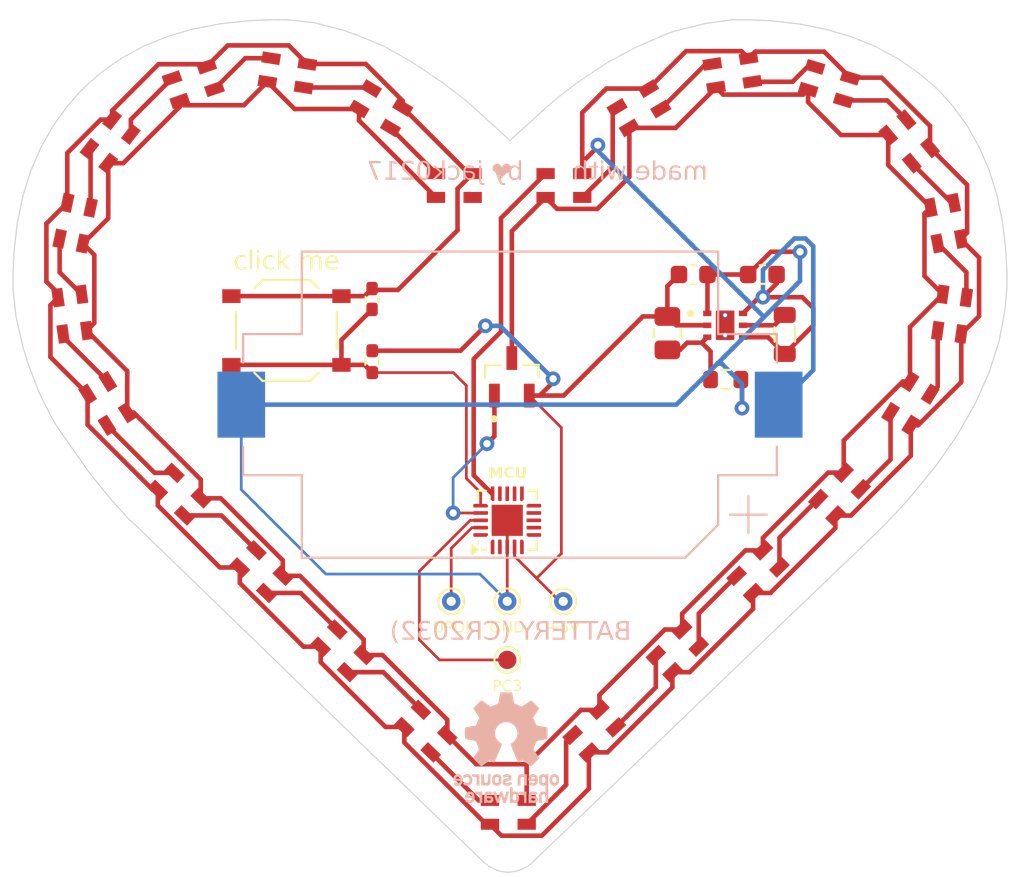
<source format=kicad_pcb>
(kicad_pcb (version 20240108) (generator "pcbnew") (generator_version "8.0")
  (layers (0 "F.Cu" signal) (31 "B.Cu" signal) (34 "B.Paste" user) (35 "F.Paste" user) (36 "B.SilkS" user "B.Silkscreen") (37 "F.SilkS" user "F.Silkscreen") (38 "B.Mask" user) (39 "F.Mask" user) (44 "Edge.Cuts" user))
  (net 0 "")
  (net 1 "+3V0")
  (net 2 "GND")
  (net 3 "/SW_ANIM")
  (net 4 "+5V")
  (net 5 "Net-(D3-DOUT)")
  (net 6 "Net-(D25-DOUT)")
  (net 7 "Net-(D6-DOUT)")
  (net 8 "Net-(D10-DIN)")
  (net 9 "Net-(D16-DOUT)")
  (net 10 "Net-(D17-DOUT)")
  (net 11 "Net-(D18-DOUT)")
  (net 12 "Net-(D19-DOUT)")
  (net 13 "Net-(D20-DOUT)")
  (net 14 "Net-(D21-DOUT)")
  (net 15 "Net-(D22-DOUT)")
  (net 16 "Net-(D23-DOUT)")
  (net 17 "Net-(D1-DOUT)")
  (net 18 "/IO_LEDS")
  (net 19 "Net-(D2-DOUT)")
  (net 20 "Net-(D2-DIN)")
  (net 21 "Net-(D4-DOUT)")
  (net 22 "Net-(D5-DOUT)")
  (net 23 "Net-(D11-DIN)")
  (net 24 "Net-(D12-DIN)")
  (net 25 "Net-(D10-DOUT)")
  (net 26 "Net-(D11-DOUT)")
  (net 27 "Net-(U2-L)")
  (net 28 "/IO_MOSFET")
  (net 29 "/LED5V")
  (net 30 "Net-(U2-FB)")
  (net 31 "/UPDI")
  (net 32 "/PC3")
  (net 46 "Net-(D12-DOUT)")
  (net 47 "Net-(D13-DOUT)")
  (net 48 "Net-(D14-DOUT)")
  (footprint "lib:LED_SK6805_PLCC4_2.4x2.7mm_P1.3mm" (layer "F.Cu") (at 53.26 35.205 180)
    (property "Reference" "D1" (hide yes))
    (property "Value" "SK6805")
  )
  (footprint "lib:LED_SK6805_PLCC4_2.4x2.7mm_P1.3mm" (layer "F.Cu") (at 62.44 29.06 -171)
    (property "Reference" "D7" (hide yes))
    (property "Value" "SK6805")
  )
  (footprint "lib:LED_SK6805_PLCC4_2.4x2.7mm_P1.3mm" (layer "F.Cu") (at 72.08 32.8 130)
    (property "Reference" "D13" (hide yes))
    (property "Value" "SK6805")
  )
  (footprint "Inductor_SMD:L_0805_2012Metric" (layer "F.Cu") (at 65.3 43.33 90)
    (property "Reference" "L1" (hide yes))
    (property "Value" "4,7μH")
  )
  (footprint "lib:LED_SK6805_PLCC4_2.4x2.7mm_P1.3mm" (layer "F.Cu") (at 28.37 47.09 -58)
    (property "Reference" "D21" (hide yes))
    (property "Value" "SK6805")
  )
  (footprint "lib:LED_SK6805_PLCC4_2.4x2.7mm_P1.3mm" (layer "F.Cu") (at 57.35 30.99 -149)
    (property "Reference" "D4" (hide yes))
    (property "Value" "SK6805")
  )
  (footprint "lib:LED_SK6805_PLCC4_2.4x2.7mm_P1.3mm" (layer "F.Cu") (at 45.73 64.97 -44)
    (property "Reference" "D11" (hide yes))
    (property "Value" "SK6805")
  )
  (footprint "lib:LED_SK6805_PLCC4_2.4x2.7mm_P1.3mm" (layer "F.Cu") (at 74.08 37.26 101)
    (property "Reference" "D16" (hide yes))
    (property "Value" "SK6805")
  )
  (footprint "lib:LED_SK6805_PLCC4_2.4x2.7mm_P1.3mm" (layer "F.Cu") (at 43.28 30.99 149)
    (property "Reference" "D12" (hide yes))
    (property "Value" "SK6805")
  )
  (footprint "lib:LED_SK6805_PLCC4_2.4x2.7mm_P1.3mm" (layer "F.Cu") (at 74.42 42.22 82)
    (property "Reference" "D18" (hide yes))
    (property "Value" "SK6805")
  )
  (footprint "lib:LED_SK6805_PLCC4_2.4x2.7mm_P1.3mm" (layer "F.Cu") (at 67.72 29.65 163)
    (property "Reference" "D10" (hide yes))
    (property "Value" "SK6805")
  )
  (footprint "Resistor_SMD:R_0805_2012Metric" (layer "F.Cu") (at 58.9 43.26 90)
    (property "Reference" "R2" (hide yes))
    (property "Value" "180kΩ")
  )
  (footprint "TestPoint:TestPoint_THTPad_D1.0mm_Drill0.5mm" (layer "F.Cu") (at 53.225 57.89 180)
    (property "Reference" "+5V")
    (property "Value" "+5V")
  )
  (footprint "Button_Switch_SMD:SW_Push_1P1T_XKB_TS-1187A" (layer "F.Cu") (at 38.13 43.115)
    (property "Reference" "click me")
    (property "Value" "SW_SPST")
  )
  (footprint "lib:LED_SK6805_PLCC4_2.4x2.7mm_P1.3mm" (layer "F.Cu") (at 63.84 56.27 44)
    (property "Reference" "D24" (hide yes))
    (property "Value" "SK6805")
  )
  (footprint "lib:SON65P200X200X80-7N" (layer "F.Cu") (at 62.05 42.83)
    (property "Reference" "U2" (hide yes))
    (property "Value" "TPS61240TDRVRQ1")
  )
  (footprint "lib:LED_SK6805_PLCC4_2.4x2.7mm_P1.3mm" (layer "F.Cu") (at 36.76 56.27 -44)
    (property "Reference" "D17" (hide yes))
    (property "Value" "SK6805")
  )
  (footprint "TestPoint:TestPoint_Pad_D1.0mm" (layer "F.Cu") (at 50.17 61.085 180)
    (property "Reference" "PC3")
    (property "Value" "PC3")
  )
  (footprint "lib:LED_SK6805_PLCC4_2.4x2.7mm_P1.3mm" (layer "F.Cu") (at 32.29 52.04 -44)
    (property "Reference" "D19" (hide yes))
    (property "Value" "SK6805")
  )
  (footprint "lib:LED_SK6805_PLCC4_2.4x2.7mm_P1.3mm" (layer "F.Cu") (at 47.285 35.205 180)
    (property "Reference" "D15" (hide yes))
    (property "Value" "SK6805")
  )
  (footprint "lib:LED_SK6805_PLCC4_2.4x2.7mm_P1.3mm" (layer "F.Cu") (at 68.287088 52.04 46)
    (property "Reference" "D22" (hide yes))
    (property "Value" "SK6805")
  )
  (footprint "Capacitor_SMD:C_0603_1608Metric" (layer "F.Cu") (at 64.08 40.06 180)
    (property "Reference" "C3" (hide yes))
    (property "Value" "22μF")
  )
  (footprint "lib:LED_SK6805_PLCC4_2.4x2.7mm_P1.3mm" (layer "F.Cu") (at 41.17 60.59 -44)
    (property "Reference" "D14" (hide yes))
    (property "Value" "SK6805")
  )
  (footprint "Package_DFN_QFN:VQFN-20-1EP_3x3mm_P0.4mm_EP1.7x1.7mm" (layer "F.Cu") (at 50.17 53.47 90)
    (property "Reference" "MCU")
    (property "Value" "ATtiny816-M")
  )
  (footprint "lib:LED_SK6805_PLCC4_2.4x2.7mm_P1.3mm" (layer "F.Cu") (at 33.05 29.65 -161)
    (property "Reference" "D6" (hide yes))
    (property "Value" "SK6805")
  )
  (footprint "Resistor_SMD:R_0603_1608Metric" (layer "F.Cu") (at 62.08 45.79 180)
    (property "Reference" "R3" (hide yes))
    (property "Value" "1,5MΩ")
  )
  (footprint "Capacitor_SMD:C_0603_1608Metric" (layer "F.Cu") (at 60.31 40.06)
    (property "Reference" "C4" (hide yes))
    (property "Value" "22μF")
  )
  (footprint "Capacitor_SMD:C_0402_1005Metric_Pad0.74x0.62mm_HandSolder" (layer "F.Cu") (at 42.8 41.395 90)
    (property "Reference" "C2" (hide yes))
    (property "Value" "100nF")
  )
  (footprint "lib:LED_SK6805_PLCC4_2.4x2.7mm_P1.3mm" (layer "F.Cu") (at 28.52 32.8 -128)
    (property "Reference" "D3" (hide yes))
    (property "Value" "SK6805")
  )
  (footprint "lib:LED_SK6805_PLCC4_2.4x2.7mm_P1.3mm" (layer "F.Cu") (at 50.23 69.4)
    (property "Reference" "D8" (hide yes))
    (property "Value" "SK6805")
  )
  (footprint "lib:LED_SK6805_PLCC4_2.4x2.7mm_P1.3mm" (layer "F.Cu") (at 72.15 47.09 58)
    (property "Reference" "D20" (hide yes))
    (property "Value" "SK6805")
  )
  (footprint "lib:LED_SK6805_PLCC4_2.4x2.7mm_P1.3mm" (layer "F.Cu") (at 38.18 29.06 171)
    (property "Reference" "D9" (hide yes))
    (property "Value" "SK6805")
  )
  (footprint "lib:LED_SK6805_PLCC4_2.4x2.7mm_P1.3mm" (layer "F.Cu") (at 26.46 42.22 -82)
    (property "Reference" "D23" (hide yes))
    (property "Value" "SK6805")
  )
  (footprint "lib:LED_SK6805_PLCC4_2.4x2.7mm_P1.3mm" (layer "F.Cu") (at 54.91 64.97 43)
    (property "Reference" "D5" (hide yes))
    (property "Value" "SK6805")
  )
  (footprint "lib:SOT95P237X112-3N" (layer "F.Cu") (at 50.42 45.64 90)
    (property "Reference" "Q1" (hide yes))
    (property "Value" "IRLML2502")
  )
  (footprint "Resistor_SMD:R_0402_1005Metric_Pad0.72x0.64mm_HandSolder" (layer "F.Cu") (at 42.81 44.815 -90)
    (property "Reference" "R1" (hide yes))
    (property "Value" "1K")
  )
  (footprint "TestPoint:TestPoint_THTPad_D1.0mm_Drill0.5mm" (layer "F.Cu") (at 50.17 57.89 180)
    (property "Reference" "GND")
    (property "Value" "GND")
  )
  (footprint "lib:LED_SK6805_PLCC4_2.4x2.7mm_P1.3mm" (layer "F.Cu") (at 26.61 37.26 -102)
    (property "Reference" "D25" (hide yes))
    (property "Value" "SK6805")
  )
  (footprint "TestPoint:TestPoint_THTPad_D1.0mm_Drill0.5mm" (layer "F.Cu") (at 47.115 57.89 180)
    (property "Reference" "UPDI")
    (property "Value" "UPDI")
  )
  (footprint "lib:LED_SK6805_PLCC4_2.4x2.7mm_P1.3mm" (layer "F.Cu") (at 59.44 60.59 44)
    (property "Reference" "D2" (hide yes))
    (property "Value" "SK6805")
  )
  (footprint "Battery:BatteryHolder_Keystone_1060_1x2032" (layer "B.Cu") (at 50.317973 47.16 180)
    (property "Reference" "BATTERY (CR2032)")
    (property "Value" "Battery")
  )
  (footprint "Symbol:OSHW-Logo_5.7x6mm_SilkScreen" (layer "B.Cu") (at 50.12 65.87 180)
    (property "Reference" "REF**" (hide yes))
    (property "Value" "OSHW-Logo_5.7x6mm_SilkScreen" (hide yes))
  )
  (gr_line (start 50.219561 72.663989) (end 50.127359 72.663989) (stroke (width 0.06)) (layer "Edge.Cuts"))
  (gr_line (start 70.934378 53.525521) (end 70.514821 53.945154) (stroke (width 0.06)) (layer "Edge.Cuts"))
  (gr_line (start 26.828767 30.143322) (end 27.066892 29.905654) (stroke (width 0.06)) (layer "Edge.Cuts"))
  (gr_line (start 43.409033 27.590546) (end 44.899429 28.427755) (stroke (width 0.06)) (layer "Edge.Cuts"))
  (gr_line (start 29.234408 53.058339) (end 29.152547 52.976576) (stroke (width 0.06)) (layer "Edge.Cuts"))
  (gr_line (start 45.465748 28.797325) (end 46.734173 29.659224) (stroke (width 0.06)) (layer "Edge.Cuts"))
  (gr_line (start 49.851286 72.626782) (end 49.492765 72.515987) (stroke (width 0.06)) (layer "Edge.Cuts"))
  (gr_line (start 58.766 26.974545) (end 59.086498 26.851787) (stroke (width 0.06)) (layer "Edge.Cuts"))
  (gr_line (start 70.514821 53.945154) (end 51.598781 72.07281) (stroke (width 0.06)) (layer "Edge.Cuts"))
  (gr_line (start 25.638142 48.378058) (end 25.490558 48.132161) (stroke (width 0.06)) (layer "Edge.Cuts"))
  (gr_line (start 23.384634 42.344009) (end 23.224644 40.847441) (stroke (width 0.06)) (layer "Edge.Cuts"))
  (gr_line (start 77.350952 38.727862) (end 77.411302 39.943252) (stroke (width 0.06)) (layer "Edge.Cuts"))
  (gr_line (start 29.152547 52.976576) (end 28.917325 52.72222) (stroke (width 0.06)) (layer "Edge.Cuts"))
  (gr_line (start 28.09835 51.755623) (end 27.693629 51.255523) (stroke (width 0.06)) (layer "Edge.Cuts"))
  (gr_line (start 39.62837 26.321816) (end 41.229104 26.728648) (stroke (width 0.06)) (layer "Edge.Cuts"))
  (gr_line (start 52.386689 30.866384) (end 52.583894 30.694096) (stroke (width 0.06)) (layer "Edge.Cuts"))
  (gr_line (start 55.440937 28.624961) (end 55.711752 28.45252) (stroke (width 0.06)) (layer "Edge.Cuts"))
  (gr_line (start 31.647868 27.072996) (end 33.024193 26.670736) (stroke (width 0.06)) (layer "Edge.Cuts"))
  (gr_line (start 77.411302 40.765602) (end 77.304622 42.015739) (stroke (width 0.06)) (layer "Edge.Cuts"))
  (gr_line (start 25.342547 47.88573) (end 24.628172 46.45698) (stroke (width 0.06)) (layer "Edge.Cuts"))
  (gr_line (start 72.56201 29.037508) (end 73.329725 29.675454) (stroke (width 0.06)) (layer "Edge.Cuts"))
  (gr_line (start 24.012605 44.831939) (end 23.914215 44.487134) (stroke (width 0.06)) (layer "Edge.Cuts"))
  (gr_line (start 77.304622 42.015739) (end 76.984658 43.69252) (stroke (width 0.06)) (layer "Edge.Cuts"))
  (gr_line (start 25.490558 48.132161) (end 25.342547 47.88573) (stroke (width 0.06)) (layer "Edge.Cuts"))
  (gr_line (start 27.362487 50.841681) (end 25.638142 48.378058) (stroke (width 0.06)) (layer "Edge.Cuts"))
  (gr_line (start 77.411302 40.348864) (end 77.411302 40.765602) (stroke (width 0.06)) (layer "Edge.Cuts"))
  (gr_line (start 55.711752 28.45252) (end 57.189727 27.664155) (stroke (width 0.06)) (layer "Edge.Cuts"))
  (gr_line (start 51.598781 72.07281) (end 51.527229 72.143918) (stroke (width 0.06)) (layer "Edge.Cuts"))
  (gr_line (start 76.450115 45.378064) (end 75.699317 47.072981) (stroke (width 0.06)) (layer "Edge.Cuts"))
  (gr_line (start 59.086498 26.851787) (end 59.406385 26.752956) (stroke (width 0.06)) (layer "Edge.Cuts"))
  (gr_line (start 25.385546 31.99422) (end 26.166071 30.907761) (stroke (width 0.06)) (layer "Edge.Cuts"))
  (gr_line (start 77.171044 37.192889) (end 77.350952 38.727862) (stroke (width 0.06)) (layer "Edge.Cuts"))
  (gr_line (start 47.854922 30.521655) (end 48.052052 30.694096) (stroke (width 0.06)) (layer "Edge.Cuts"))
  (gr_line (start 59.406385 26.752956) (end 61.007576 26.358621) (stroke (width 0.06)) (layer "Edge.Cuts"))
  (gr_line (start 29.454345 53.319628) (end 29.285257 53.126233) (stroke (width 0.06)) (layer "Edge.Cuts"))
  (gr_line (start 41.869489 26.950237) (end 43.409033 27.590546) (stroke (width 0.06)) (layer "Edge.Cuts"))
  (gr_line (start 27.55967 51.088035) (end 27.362487 50.841681) (stroke (width 0.06)) (layer "Edge.Cuts"))
  (gr_line (start 37.707292 26.161796) (end 38.187276 26.161796) (stroke (width 0.06)) (layer "Edge.Cuts"))
  (gr_line (start 51.286132 72.331193) (end 50.945975 72.515987) (stroke (width 0.06)) (layer "Edge.Cuts"))
  (gr_line (start 50.145571 32.590409) (end 50.318011 32.762697) (stroke (width 0.06)) (layer "Edge.Cuts"))
  (gr_line (start 73.56907 29.905654) (end 73.807576 30.135093) (stroke (width 0.06)) (layer "Edge.Cuts"))
  (gr_line (start 29.172389 28.239999) (end 30.364256 27.595042) (stroke (width 0.06)) (layer "Edge.Cuts"))
  (gr_line (start 73.807576 30.135093) (end 74.469449 30.879643) (stroke (width 0.06)) (layer "Edge.Cuts"))
  (gr_line (start 41.549449 26.851787) (end 41.869489 26.950237) (stroke (width 0.06)) (layer "Edge.Cuts"))
  (gr_line (start 68.987621 27.109724) (end 70.271667 27.638476) (stroke (width 0.06)) (layer "Edge.Cuts"))
  (gr_line (start 50.490376 32.590409) (end 52.386689 30.866384) (stroke (width 0.06)) (layer "Edge.Cuts"))
  (gr_line (start 76.450573 34.388272) (end 76.871044 35.745546) (stroke (width 0.06)) (layer "Edge.Cuts"))
  (gr_line (start 23.464423 37.206986) (end 23.764559 35.77153) (stroke (width 0.06)) (layer "Edge.Cuts"))
  (gr_line (start 24.628172 46.45698) (end 24.012605 44.831939) (stroke (width 0.06)) (layer "Edge.Cuts"))
  (gr_line (start 48.840036 72.07281) (end 30.022781 53.846323) (stroke (width 0.06)) (layer "Edge.Cuts"))
  (gr_line (start 23.914215 44.487134) (end 23.791017 44.117564) (stroke (width 0.06)) (layer "Edge.Cuts"))
  (gr_line (start 50.318011 32.762697) (end 50.490376 32.590409) (stroke (width 0.06)) (layer "Edge.Cuts"))
  (gr_line (start 72.14032 52.212976) (end 70.934378 53.525521) (stroke (width 0.06)) (layer "Edge.Cuts"))
  (gr_line (start 27.304605 29.667529) (end 28.073547 29.009009) (stroke (width 0.06)) (layer "Edge.Cuts"))
  (gr_line (start 55.169818 28.797325) (end 55.440937 28.624961) (stroke (width 0.06)) (layer "Edge.Cuts"))
  (gr_line (start 23.224644 40.847441) (end 23.224644 40.348864) (stroke (width 0.06)) (layer "Edge.Cuts"))
  (gr_line (start 27.066892 29.905654) (end 27.304605 29.667529) (stroke (width 0.06)) (layer "Edge.Cuts"))
  (gr_line (start 34.493024 26.386281) (end 36.053676 26.217193) (stroke (width 0.06)) (layer "Edge.Cuts"))
  (gr_line (start 23.791017 44.117564) (end 23.384634 42.344009) (stroke (width 0.06)) (layer "Edge.Cuts"))
  (gr_line (start 74.731577 48.777118) (end 73.545524 50.490627) (stroke (width 0.06)) (layer "Edge.Cuts"))
  (gr_line (start 23.284589 38.732053) (end 23.464423 37.206986) (stroke (width 0.06)) (layer "Edge.Cuts"))
  (gr_line (start 28.917325 52.72222) (end 28.544417 52.294357) (stroke (width 0.06)) (layer "Edge.Cuts"))
  (gr_line (start 37.293907 26.161796) (end 37.707292 26.161796) (stroke (width 0.06)) (layer "Edge.Cuts"))
  (gr_line (start 41.229104 26.728648) (end 41.549449 26.851787) (stroke (width 0.06)) (layer "Edge.Cuts"))
  (gr_line (start 28.544417 52.294357) (end 28.09835 51.755623) (stroke (width 0.06)) (layer "Edge.Cuts"))
  (gr_line (start 74.469449 30.879643) (end 75.249965 31.952844) (stroke (width 0.06)) (layer "Edge.Cuts"))
  (gr_line (start 62.448289 26.161796) (end 62.928654 26.161796) (stroke (width 0.06)) (layer "Edge.Cuts"))
  (gr_line (start 48.052052 30.694096) (end 48.2488 30.866384) (stroke (width 0.06)) (layer "Edge.Cuts"))
  (gr_line (start 71.46313 28.281375) (end 72.56201 29.037508) (stroke (width 0.06)) (layer "Edge.Cuts"))
  (gr_line (start 44.899429 28.427755) (end 45.195009 28.624961) (stroke (width 0.06)) (layer "Edge.Cuts"))
  (gr_line (start 62.928654 26.161796) (end 63.341734 26.161796) (stroke (width 0.06)) (layer "Edge.Cuts"))
  (gr_line (start 33.024193 26.670736) (end 34.493024 26.386281) (stroke (width 0.06)) (layer "Edge.Cuts"))
  (gr_line (start 67.611373 26.696796) (end 68.987621 27.109724) (stroke (width 0.06)) (layer "Edge.Cuts"))
  (gr_line (start 24.725327 33.166252) (end 25.385546 31.99422) (stroke (width 0.06)) (layer "Edge.Cuts"))
  (gr_line (start 50.311382 72.663989) (end 50.219561 72.663989) (stroke (width 0.06)) (layer "Edge.Cuts"))
  (gr_line (start 49.492765 72.515987) (end 49.152532 72.331193) (stroke (width 0.06)) (layer "Edge.Cuts"))
  (gr_line (start 64.581889 26.221384) (end 66.142922 26.400302) (stroke (width 0.06)) (layer "Edge.Cuts"))
  (gr_line (start 24.185 34.425) (end 24.725327 33.166252) (stroke (width 0.06)) (layer "Edge.Cuts"))
  (gr_line (start 48.911131 72.143918) (end 48.840036 72.07281) (stroke (width 0.06)) (layer "Edge.Cuts"))
  (gr_line (start 70.271667 27.638476) (end 71.46313 28.281375) (stroke (width 0.06)) (layer "Edge.Cuts"))
  (gr_line (start 28.073547 29.009009) (end 29.172389 28.239999) (stroke (width 0.06)) (layer "Edge.Cuts"))
  (gr_line (start 45.195009 28.624961) (end 45.465748 28.797325) (stroke (width 0.06)) (layer "Edge.Cuts"))
  (gr_line (start 46.734173 29.659224) (end 47.854922 30.521655) (stroke (width 0.06)) (layer "Edge.Cuts"))
  (gr_line (start 26.166071 30.907761) (end 26.828767 30.143322) (stroke (width 0.06)) (layer "Edge.Cuts"))
  (gr_line (start 52.583894 30.694096) (end 52.780719 30.521655) (stroke (width 0.06)) (layer "Edge.Cuts"))
  (gr_line (start 29.285257 53.126233) (end 29.234408 53.058339) (stroke (width 0.06)) (layer "Edge.Cuts"))
  (gr_line (start 29.983096 53.806623) (end 29.857831 53.695447) (stroke (width 0.06)) (layer "Edge.Cuts"))
  (gr_line (start 66.142922 26.400302) (end 67.611373 26.696796) (stroke (width 0.06)) (layer "Edge.Cuts"))
  (gr_line (start 75.910162 33.123276) (end 76.450573 34.388272) (stroke (width 0.06)) (layer "Edge.Cuts"))
  (gr_line (start 30.364256 27.595042) (end 31.647868 27.072996) (stroke (width 0.06)) (layer "Edge.Cuts"))
  (gr_line (start 53.901392 29.659224) (end 55.169818 28.797325) (stroke (width 0.06)) (layer "Edge.Cuts"))
  (gr_line (start 75.249965 31.952844) (end 75.910162 33.123276) (stroke (width 0.06)) (layer "Edge.Cuts"))
  (gr_line (start 30.022781 53.846323) (end 29.983096 53.806623) (stroke (width 0.06)) (layer "Edge.Cuts"))
  (gr_line (start 29.665182 53.525902) (end 29.454345 53.319628) (stroke (width 0.06)) (layer "Edge.Cuts"))
  (gr_line (start 77.411302 39.943252) (end 77.411302 40.348864) (stroke (width 0.06)) (layer "Edge.Cuts"))
  (gr_line (start 48.2488 30.866384) (end 50.145571 32.590409) (stroke (width 0.06)) (layer "Edge.Cuts"))
  (gr_line (start 23.224644 40.348864) (end 23.224644 39.944547) (stroke (width 0.06)) (layer "Edge.Cuts"))
  (gr_line (start 29.857831 53.695447) (end 29.665182 53.525902) (stroke (width 0.06)) (layer "Edge.Cuts"))
  (gr_line (start 76.871044 35.745546) (end 77.171044 37.192889) (stroke (width 0.06)) (layer "Edge.Cuts"))
  (gr_line (start 57.189727 27.664155) (end 58.766 26.974545) (stroke (width 0.06)) (layer "Edge.Cuts"))
  (gr_line (start 73.329725 29.675454) (end 73.56907 29.905654) (stroke (width 0.06)) (layer "Edge.Cuts"))
  (gr_line (start 23.764559 35.77153) (end 24.185 34.425) (stroke (width 0.06)) (layer "Edge.Cuts"))
  (gr_line (start 50.127359 72.663989) (end 49.851286 72.626782) (stroke (width 0.06)) (layer "Edge.Cuts"))
  (gr_line (start 27.693629 51.255523) (end 27.55967 51.088035) (stroke (width 0.06)) (layer "Edge.Cuts"))
  (gr_line (start 75.699317 47.072981) (end 74.731577 48.777118) (stroke (width 0.06)) (layer "Edge.Cuts"))
  (gr_line (start 38.187276 26.161796) (end 39.62837 26.321816) (stroke (width 0.06)) (layer "Edge.Cuts"))
  (gr_line (start 76.984658 43.69252) (end 76.450115 45.378064) (stroke (width 0.06)) (layer "Edge.Cuts"))
  (gr_line (start 50.945975 72.515987) (end 50.58715 72.626782) (stroke (width 0.06)) (layer "Edge.Cuts"))
  (gr_line (start 73.545524 50.490627) (end 72.14032 52.212976) (stroke (width 0.06)) (layer "Edge.Cuts"))
  (gr_line (start 63.341734 26.161796) (end 64.581889 26.221384) (stroke (width 0.06)) (layer "Edge.Cuts"))
  (gr_line (start 23.224644 39.944547) (end 23.284589 38.732053) (stroke (width 0.06)) (layer "Edge.Cuts"))
  (gr_line (start 49.152532 72.331193) (end 48.911131 72.143918) (stroke (width 0.06)) (layer "Edge.Cuts"))
  (gr_line (start 36.053676 26.217193) (end 37.293907 26.161796) (stroke (width 0.06)) (layer "Edge.Cuts"))
  (gr_line (start 52.780719 30.521655) (end 53.901392 29.659224) (stroke (width 0.06)) (layer "Edge.Cuts"))
  (gr_line (start 50.58715 72.626782) (end 50.311382 72.663989) (stroke (width 0.06)) (layer "Edge.Cuts"))
  (gr_line (start 51.527229 72.143918) (end 51.286132 72.331193) (stroke (width 0.06)) (layer "Edge.Cuts"))
  (gr_line (start 61.007576 26.358621) (end 62.448289 26.161796) (stroke (width 0.06)) (layer "Edge.Cuts"))
  (gr_text "❤️" (at 49.29 35.09 0) (layer "B.SilkS") (effects (font (size 1 1) (thickness 0.25) (bold yes)) (justify left bottom)))
  (gr_text "made with      by jack0217" (at 61.1 35.06 0) (layer "B.SilkS") (effects (font (size 1 1) (thickness 0.1875)) (justify left bottom mirror)))
  (segment (start 62.05 42.28) (end 62.05 43.38) (width 0.25) (layer "F.Cu") (net 0))
  (segment (start 63.907653 41.297347) (end 63.025 42.18) (width 0.25) (layer "F.Cu") (net 1))
  (segment (start 66.257347 41.297347) (end 64.112653 41.297347) (width 0.25) (layer "F.Cu") (net 1))
  (segment (start 64.3875 43.48) (end 65.3 44.3925) (width 0.25) (layer "F.Cu") (net 1))
  (segment (start 65.3 44.3925) (end 66.86 42.8325) (width 0.25) (layer "F.Cu") (net 1))
  (segment (start 66.86 41.9) (end 66.257347 41.297347) (width 0.25) (layer "F.Cu") (net 1))
  (segment (start 64.112653 41.297347) (end 63.907653 41.297347) (width 0.25) (layer "F.Cu") (net 1))
  (segment (start 66.86 42.8325) (end 66.86 41.9) (width 0.25) (layer "F.Cu") (net 1))
  (segment (start 64.855 40.555) (end 64.855 40.06) (width 0.25) (layer "F.Cu") (net 1))
  (segment (start 64.112653 41.297347) (end 64.855 40.555) (width 0.25) (layer "F.Cu") (net 1))
  (segment (start 63.025 43.48) (end 64.3875 43.48) (width 0.25) (layer "F.Cu") (net 1))
  (via (at 64.112653 41.297347) (size 0.8) (drill 0.4) (layers "F.Cu" "B.Cu") (net 1))
  (segment (start 65.829695 38.095) (end 66.430305 38.095) (width 0.25) (layer "B.Cu") (net 1))
  (segment (start 64.112653 41.297347) (end 64.112653 39.812042) (width 0.25) (layer "B.Cu") (net 1))
  (segment (start 66.855 45.272973) (end 64.967973 47.16) (width 0.25) (layer "B.Cu") (net 1))
  (segment (start 66.855 38.519695) (end 66.855 45.272973) (width 0.25) (layer "B.Cu") (net 1))
  (segment (start 64.112653 39.812042) (end 65.829695 38.095) (width 0.25) (layer "B.Cu") (net 1))
  (segment (start 66.430305 38.095) (end 66.855 38.519695) (width 0.25) (layer "B.Cu") (net 1))
  (segment (start 35.589132 56.042912) (end 34.502335 56.042912) (width 0.25) (layer "F.Cu") (net 2))
  (segment (start 25.043892 37.284934) (end 26.182116 36.14671) (width 0.25) (layer "F.Cu") (net 2))
  (segment (start 48.285 34.555) (end 47.46 35.38) (width 0.25) (layer "F.Cu") (net 2))
  (segment (start 50.17 53.47) (end 50.17 54.92) (width 0.15) (layer "F.Cu") (net 2))
  (segment (start 31.119132 52.659709) (end 31.119132 51.812912) (width 0.25) (layer "F.Cu") (net 2))
  (segment (start 62.939351 27.874913) (end 63.326006 28.261568) (width 0.25) (layer "F.Cu") (net 2))
  (segment (start 28.001258 31.611809) (end 28.623454 31.611809) (width 0.25) (layer "F.Cu") (net 2))
  (segment (start 63.686907 27.900667) (end 67.446239 27.900667) (width 0.25) (layer "F.Cu") (net 2))
  (segment (start 42.8725 40.9) (end 42.8 40.8275) (width 0.25) (layer "F.Cu") (net 2))
  (segment (start 31.119132 51.812912) (end 30.847028 51.812912) (width 0.25) (layer "F.Cu") (net 2))
  (segment (start 63.326006 28.261568) (end 63.686907 27.900667) (width 0.25) (layer "F.Cu") (net 2))
  (segment (start 44.471942 30.589792) (end 44.471942 30.947879) (width 0.25) (layer "F.Cu") (net 2))
  (segment (start 68.06 53.88994) (end 64.517711 57.432229) (width 0.25) (layer "F.Cu") (net 2))
  (segment (start 35.589132 56.889709) (end 35.589132 56.042912) (width 0.25) (layer "F.Cu") (net 2))
  (segment (start 63.305 40.06) (end 64.545 38.82) (width 0.25) (layer "F.Cu") (net 2))
  (segment (start 75.242142 35.169658) (end 75.242142 37.784326) (width 0.25) (layer "F.Cu") (net 2))
  (segment (start 59.915283 27.874913) (end 62.939351 27.874913) (width 0.25) (layer "F.Cu") (net 2))
  (segment (start 44.559132 65.58971) (end 44.559132 64.742912) (width 0.25) (layer "F.Cu") (net 2))
  (segment (start 72.56713 48.282496) (end 72.171312 48.282496) (width 0.25) (layer "F.Cu") (net 2))
  (segment (start 72.171312 49.946353) (end 68.906797 53.210868) (width 0.25) (layer "F.Cu") (net 2))
  (segment (start 30.847028 51.812912) (end 27.288849 48.254733) (width 0.25) (layer "F.Cu") (net 2))
  (segment (start 43.532335 64.742912) (end 39.999132 61.209709) (width 0.25) (layer "F.Cu") (net 2))
  (segment (start 63.572188 57.432229) (end 63.572188 58.297752) (width 0.25) (layer "F.Cu") (net 2))
  (segment (start 61.085 40.06) (end 63.305 40.06) (width 0.25) (layer "F.Cu") (net 2))
  (segment (start 26.182116 36.14671) (end 26.182116 33.430951) (width 0.25) (layer "F.Cu") (net 2))
  (segment (start 39.269371 28.574437) (end 42.456587 28.574437) (width 0.25) (layer "F.Cu") (net 2))
  (segment (start 34.9317 27.562044) (end 38.256978 27.562044) (width 0.25) (layer "F.Cu") (net 2))
  (segment (start 59.172188 62.58415) (end 55.62896 66.127378) (width 0.25) (layer "F.Cu") (net 2))
  (segment (start 74.924501 45.925125) (end 72.56713 48.282496) (width 0.25) (layer "F.Cu") (net 2))
  (segment (start 34.502335 56.042912) (end 31.119132 52.659709) (width 0.25) (layer "F.Cu") (net 2))
  (segment (start 25.263832 41.733515) (end 25.677153 41.320194) (width 0.25) (layer "F.Cu") (net 2))
  (segment (start 44.21 40.9) (end 42.8725 40.9) (width 0.25) (layer "F.Cu") (net 2))
  (segment (start 55.11 33.09) (end 54.26 33.94) (width 0.25) (layer "F.Cu") (net 2))
  (segment (start 26.182116 33.430951) (end 28.001258 31.611809) (width 0.25) (layer "F.Cu") (net 2))
  (segment (start 49.855 70.675) (end 49.23 70.05) (width 0.25) (layer "F.Cu") (net 2))
  (segment (start 50.17 54.92) (end 50.17 57.89) (width 0.15) (layer "F.Cu") (net 2))
  (segment (start 61.085 42.17) (end 61.075 42.18) (width 0.25) (layer "F.Cu") (net 2))
  (segment (start 42.456587 28.574437) (end 44.471942 30.589792) (width 0.25) (layer "F.Cu") (net 2))
  (segment (start 33.663595 28.589541) (end 33.783899 28.709845) (width 0.25) (layer "F.Cu") (net 2))
  (segment (start 68.906797 53.210868) (end 68.06 53.210868) (width 0.25) (layer "F.Cu") (net 2))
  (segment (start 67.446239 27.900667) (end 68.866346 29.320774) (width 0.25) (layer "F.Cu") (net 2))
  (segment (start 55.11 33) (end 55.11 33.09) (width 0.15) (layer "F.Cu") (net 2))
  (segment (start 74.908867 38.148867) (end 75.894514 39.134514) (width 0.25) (layer "F.Cu") (net 2))
  (segment (start 62.97 47.35) (end 62.97 45.855) (width 0.25) (layer "F.Cu") (net 2))
  (segment (start 64.545 38.82) (end 66.13 38.82) (width 0.25) (layer "F.Cu") (net 2))
  (segment (start 54.621945 68.108055) (end 52.055 70.675) (width 0.25) (layer "F.Cu") (net 2))
  (segment (start 64.517711 57.432229) (end 63.572188 57.432229) (width 0.25) (layer "F.Cu") (net 2))
  (segment (start 39.999132 61.209709) (end 39.999132 60.362912) (width 0.25) (layer "F.Cu") (net 2))
  (segment (start 61.085 40.06) (end 61.085 42.17) (width 0.25) (layer "F.Cu") (net 2))
  (segment (start 72.171312 48.282496) (end 72.171312 49.946353) (width 0.25) (layer "F.Cu") (net 2))
  (segment (start 47.46 35.38) (end 47.46 37.65) (width 0.25) (layer "F.Cu") (net 2))
  (segment (start 73.220716 31.957819) (end 73.220716 33.148232) (width 0.25) (layer "F.Cu") (net 2))
  (segment (start 28.623454 31.124529) (end 31.158442 28.589541) (width 0.25) (layer "F.Cu") (net 2))
  (segment (start 27.288849 46.586399) (end 25.263832 44.561382) (width 0.25) (layer "F.Cu") (net 2))
  (segment (start 55.62896 66.127378) (end 54.621945 66.127378) (width 0.25) (layer "F.Cu") (net 2))
  (segment (start 25.263832 44.561382) (end 25.263832 41.733515) (width 0.25) (layer "F.Cu") (net 2))
  (segment (start 73.220716 33.148232) (end 75.242142 35.169658) (width 0.25) (layer "F.Cu") (net 2))
  (segment (start 49.019422 70.05) (end 44.559132 65.58971) (width 0.25) (layer "F.Cu") (net 2))
  (segment (start 48.079063 34.555) (end 48.285 34.555) (width 0.25) (layer "F.Cu") (net 2))
  (segment (start 28.623454 31.611809) (end 28.623454 31.124529) (width 0.25) (layer "F.Cu") (net 2))
  (segment (start 38.256978 27.562044) (end 39.269371 28.574437) (width 0.25) (layer "F.Cu") (net 2))
  (segment (start 47.46 37.65) (end 44.21 40.9) (width 0.25) (layer "F.Cu") (net 2))
  (segment (start 49.23 70.05) (end 49.019422 70.05) (width 0.25) (layer "F.Cu") (net 2))
  (segment (start 75.242142 37.784326) (end 74.908867 38.117601) (width 0.25) (layer "F.Cu") (net 2))
  (segment (start 25.677153 41.320194) (end 25.677153 41.077153) (width 0.25) (layer "F.Cu") (net 2))
  (segment (start 25.043892 40.443892) (end 25.043892 37.284934) (width 0.25) (layer "F.Cu") (net 2))
  (segment (start 57.872393 29.917803) (end 59.915283 27.874913) (width 0.25) (layer "F.Cu") (net 2))
  (segment (start 75.894514 39.134514) (end 75.894514 42.330718) (width 0.25) (layer "F.Cu") (net 2))
  (segment (start 54.621945 66.127378) (end 54.621945 68.108055) (width 0.25) (layer "F.Cu") (net 2))
  (segment (start 44.471942 30.947879) (end 48.079063 34.555) (width 0.25) (layer "F.Cu") (net 2))
  (segment (start 54.26 34.555) (end 54.26 31.23) (width 0.25) (layer "F.Cu") (net 2))
  (segment (start 55.572197 29.917803) (end 57.872393 29.917803) (width 0.25) (layer "F.Cu") (net 2))
  (segment (start 42.3875 41.24) (end 42.8 40.8275) (width 0.25) (layer "F.Cu") (net 2))
  (segment (start 35.13 41.24) (end 41.13 41.24) (width 0.25) (layer "F.Cu") (net 2))
  (segment (start 59.172188 61.752229) (end 59.172188 62.58415) (width 0.25) (layer "F.Cu") (net 2))
  (segment (start 74.924501 43.300731) (end 74.924501 45.925125) (width 0.25) (layer "F.Cu") (net 2))
  (segment (start 41.13 41.24) (end 42.3875 41.24) (width 0.25) (layer "F.Cu") (net 2))
  (segment (start 63.572188 58.297752) (end 60.117711 61.752229) (width 0.25) (layer "F.Cu") (net 2))
  (segment (start 39.062335 60.362912) (end 35.589132 56.889709) (width 0.25) (layer "F.Cu") (net 2))
  (segment (start 74.908867 38.117601) (end 74.908867 38.148867) (width 0.25) (layer "F.Cu") (net 2))
  (segment (start 39.999132 60.362912) (end 39.062335 60.362912) (width 0.25) (layer "F.Cu") (net 2))
  (segment (start 75.894514 42.330718) (end 74.924501 43.300731) (width 0.25) (layer "F.Cu") (net 2))
  (segment (start 70.583671 29.320774) (end 73.220716 31.957819) (width 0.25) (layer "F.Cu") (net 2))
  (segment (start 62.97 45.855) (end 62.905 45.79) (width 0.25) (layer "F.Cu") (net 2))
  (segment (start 44.559132 64.742912) (end 43.532335 64.742912) (width 0.25) (layer "F.Cu") (net 2))
  (segment (start 60.117711 61.752229) (end 59.172188 61.752229) (width 0.25) (layer "F.Cu") (net 2))
  (segment (start 33.783899 28.709845) (end 34.9317 27.562044) (width 0.25) (layer "F.Cu") (net 2))
  (segment (start 68.06 53.210868) (end 68.06 53.88994) (width 0.25) (layer "F.Cu") (net 2))
  (segment (start 52.055 70.675) (end 49.855 70.675) (width 0.25) (layer "F.Cu") (net 2))
  (segment (start 27.288849 48.254733) (end 27.288849 46.586399) (width 0.25) (layer "F.Cu") (net 2))
  (segment (start 31.158442 28.589541) (end 33.663595 28.589541) (width 0.25) (layer "F.Cu") (net 2))
  (segment (start 25.677153 41.077153) (end 25.043892 40.443892) (width 0.25) (layer "F.Cu") (net 2))
  (segment (start 54.26 31.23) (end 55.572197 29.917803) (width 0.25) (layer "F.Cu") (net 2))
  (segment (start 54.26 33.94) (end 54.26 34.555) (width 0.15) (layer "F.Cu") (net 2))
  (segment (start 68.866346 29.320774) (end 70.583671 29.320774) (width 0.25) (layer "F.Cu") (net 2))
  (via (at 55.11 33) (size 0.8) (drill 0.4) (layers "F.Cu" "B.Cu") (net 2))
  (via (at 62.97 47.35) (size 0.8) (drill 0.4) (layers "F.Cu" "B.Cu") (net 2))
  (via (at 66.13 38.82) (size 0.8) (drill 0.4) (layers "F.Cu" "B.Cu") (net 2))
  (segment (start 61.862027 44.92) (end 61.63 44.92) (width 0.25) (layer "B.Cu") (net 2))
  (segment (start 66.13 40.42) (end 66.13 38.82) (width 0.25) (layer "B.Cu") (net 2))
  (segment (start 62.97 46.027973) (end 61.862027 44.92) (width 0.25) (layer "B.Cu") (net 2))
  (segment (start 59.39 47.16) (end 61.63 44.92) (width 0.25) (layer "B.Cu") (net 2))
  (segment (start 48.68 56.4) (end 40.28 56.4) (width 0.15) (layer "B.Cu") (net 2))
  (segment (start 64.17 42.38) (end 66.13 40.42) (width 0.25) (layer "B.Cu") (net 2))
  (segment (start 35.667973 51.787973) (end 35.667973 47.16) (width 0.15) (layer "B.Cu") (net 2))
  (segment (start 61.63 44.92) (end 64.17 42.38) (width 0.25) (layer "B.Cu") (net 2))
  (segment (start 40.28 56.4) (end 35.667973 51.787973) (width 0.15) (layer "B.Cu") (net 2))
  (segment (start 35.667973 47.16) (end 59.39 47.16) (width 0.25) (layer "B.Cu") (net 2))
  (segment (start 50.17 57.89) (end 48.68 56.4) (width 0.15) (layer "B.Cu") (net 2))
  (segment (start 55.11 33.32) (end 55.11 33) (width 0.15) (layer "B.Cu") (net 2))
  (segment (start 62.97 47.35) (end 62.97 46.027973) (width 0.25) (layer "B.Cu") (net 2))
  (segment (start 64.17 42.38) (end 55.11 33.32) (width 0.25) (layer "B.Cu") (net 2))
  (segment (start 48.72 52.67) (end 48.72 51.960686) (width 0.15) (layer "F.Cu") (net 3))
  (segment (start 47.2325 45.4125) (end 42.81 45.4125) (width 0.15) (layer "F.Cu") (net 3))
  (segment (start 35.13 44.99) (end 41.13 44.99) (width 0.25) (layer "F.Cu") (net 3))
  (segment (start 41.13 44.99) (end 42.3875 44.99) (width 0.25) (layer "F.Cu") (net 3))
  (segment (start 48.72 51.960686) (end 47.94 51.180685) (width 0.15) (layer "F.Cu") (net 3))
  (segment (start 41.13 43.6325) (end 41.13 44.99) (width 0.25) (layer "F.Cu") (net 3))
  (segment (start 42.3875 44.99) (end 42.81 45.4125) (width 0.25) (layer "F.Cu") (net 3))
  (segment (start 47.94 46.12) (end 47.2325 45.4125) (width 0.15) (layer "F.Cu") (net 3))
  (segment (start 42.8 41.9625) (end 41.13 43.6325) (width 0.25) (layer "F.Cu") (net 3))
  (segment (start 47.94 51.180685) (end 47.94 46.12) (width 0.15) (layer "F.Cu") (net 3))
  (segment (start 53.245 46.665) (end 57.5625 42.3475) (width 0.25) (layer "F.Cu") (net 4))
  (segment (start 51.769497 56.630503) (end 53.12 55.28) (width 0.15) (layer "F.Cu") (net 4))
  (segment (start 50.57 54.92) (end 50.57 55.393224) (width 0.15) (layer "F.Cu") (net 4))
  (segment (start 53.12 48.415) (end 51.37 46.665) (width 0.15) (layer "F.Cu") (net 4))
  (segment (start 53.028994 57.89) (end 53.225 57.89) (width 0.15) (layer "F.Cu") (net 4))
  (segment (start 58.9 40.695) (end 59.535 40.06) (width 0.25) (layer "F.Cu") (net 4))
  (segment (start 58.9 42.3475) (end 58.9 40.695) (width 0.25) (layer "F.Cu") (net 4))
  (segment (start 53.12 55.28) (end 53.12 48.415) (width 0.15) (layer "F.Cu") (net 4))
  (segment (start 51.94 46.665) (end 53.245 46.665) (width 0.25) (layer "F.Cu") (net 4))
  (segment (start 58.9 42.3475) (end 59.3825 42.83) (width 0.25) (layer "F.Cu") (net 4))
  (segment (start 59.3825 42.83) (end 61.075 42.83) (width 0.25) (layer "F.Cu") (net 4))
  (segment (start 51.94 46.665) (end 51.37 46.665) (width 0.25) (layer "F.Cu") (net 4))
  (segment (start 52.67 45.935) (end 51.94 46.665) (width 0.25) (layer "F.Cu") (net 4))
  (segment (start 50.57 55.431006) (end 53.028994 57.89) (width 0.15) (layer "F.Cu") (net 4))
  (segment (start 42.81 44.2175) (end 47.6225 44.2175) (width 0.25) (layer "F.Cu") (net 4))
  (segment (start 57.5625 42.3475) (end 58.9 42.3475) (width 0.25) (layer "F.Cu") (net 4))
  (segment (start 50.57 54.92) (end 50.57 55.431006) (width 0.15) (layer "F.Cu") (net 4))
  (segment (start 52.67 45.75) (end 52.67 45.935) (width 0.15) (layer "F.Cu") (net 4))
  (segment (start 47.6225 44.2175) (end 48.98 42.86) (width 0.25) (layer "F.Cu") (net 4))
  (via (at 52.67 45.75) (size 0.8) (drill 0.4) (layers "F.Cu" "B.Cu") (net 4))
  (via (at 48.98 42.86) (size 0.8) (drill 0.4) (layers "F.Cu" "B.Cu") (net 4))
  (segment (start 48.98 42.86) (end 49.78 42.86) (width 0.25) (layer "B.Cu") (net 4))
  (segment (start 49.78 42.86) (end 52.67 45.75) (width 0.25) (layer "B.Cu") (net 4))
  (segment (start 29.647868 31.605975) (end 31.892862 29.360981) (width 0.25) (layer "F.Cu") (net 5))
  (segment (start 29.647868 32.412169) (end 29.647868 31.605975) (width 0.25) (layer "F.Cu") (net 5))
  (segment (start 27.453708 36.416995) (end 27.453708 33.249407) (width 0.25) (layer "F.Cu") (net 6))
  (segment (start 27.453708 33.249407) (end 27.392132 33.187831) (width 0.25) (layer "F.Cu") (net 6))
  (segment (start 35.884589 28.261568) (end 37.293994 28.261568) (width 0.25) (layer "F.Cu") (net 7))
  (segment (start 34.207138 29.939019) (end 35.884589 28.261568) (width 0.25) (layer "F.Cu") (net 7))
  (segment (start 63.529371 29.545563) (end 65.72418 29.545563) (width 0.25) (layer "F.Cu") (net 8))
  (segment (start 66.533713 28.73603) (end 66.953737 28.73603) (width 0.25) (layer "F.Cu") (net 8))
  (segment (start 65.72418 29.545563) (end 66.533713 28.73603) (width 0.25) (layer "F.Cu") (net 8))
  (segment (start 73.632751 38.365653) (end 75.202847 39.935749) (width 0.25) (layer "F.Cu") (net 9))
  (segment (start 75.202847 39.935749) (end 75.202847 41.320194) (width 0.25) (layer "F.Cu") (net 9))
  (segment (start 36.492188 55.107771) (end 34.586646 53.202229) (width 0.25) (layer "F.Cu") (net 10))
  (segment (start 34.586646 53.202229) (end 32.557812 53.202229) (width 0.25) (layer "F.Cu") (net 10))
  (segment (start 73.637153 43.119806) (end 73.637153 46.180397) (width 0.25) (layer "F.Cu") (net 11))
  (segment (start 73.637153 46.180397) (end 73.231151 46.586399) (width 0.25) (layer "F.Cu") (net 11))
  (segment (start 32.022188 50.877771) (end 30.943963 50.877771) (width 0.25) (layer "F.Cu") (net 12))
  (segment (start 30.943963 50.877771) (end 28.348688 48.282496) (width 0.25) (layer "F.Cu") (net 12))
  (segment (start 71.068849 50.152656) (end 69.449317 51.772188) (width 0.25) (layer "F.Cu") (net 13))
  (segment (start 71.068849 47.593601) (end 71.068849 50.152656) (width 0.25) (layer "F.Cu") (net 13))
  (segment (start 25.955499 43.461691) (end 25.955499 43.300731) (width 0.25) (layer "F.Cu") (net 14))
  (segment (start 28.391312 45.897504) (end 25.955499 43.461691) (width 0.25) (layer "F.Cu") (net 14))
  (segment (start 65.010868 54.421803) (end 65.010868 56.042912) (width 0.25) (layer "F.Cu") (net 15))
  (segment (start 67.124859 52.307812) (end 65.010868 54.421803) (width 0.25) (layer "F.Cu") (net 15))
  (segment (start 26.964501 41.139269) (end 25.766292 39.94106) (width 0.25) (layer "F.Cu") (net 16))
  (segment (start 25.766292 39.94106) (end 25.766292 38.103005) (width 0.25) (layer "F.Cu") (net 16))
  (segment (start 54.26 35.855) (end 55.919512 34.195488) (width 0.25) (layer "F.Cu") (net 17))
  (segment (start 55.919512 34.195488) (end 55.919512 31.186425) (width 0.25) (layer "F.Cu") (net 17))
  (segment (start 55.919512 31.186425) (end 56.158058 30.947879) (width 0.25) (layer "F.Cu") (net 17))
  (segment (start 52.26 34.555) (end 49.83 36.985) (width 0.25) (layer "F.Cu") (net 18))
  (segment (start 48.34 51.015) (end 49.345 52.02) (width 0.25) (layer "F.Cu") (net 18))
  (segment (start 49.83 36.985) (end 49.83 43.18) (width 0.25) (layer "F.Cu") (net 18))
  (segment (start 48.34 44.67) (end 48.34 51.015) (width 0.25) (layer "F.Cu") (net 18))
  (segment (start 49.83 43.18) (end 48.34 44.67) (width 0.25) (layer "F.Cu") (net 18))
  (segment (start 58.269132 60.817088) (end 58.269132 62.578903) (width 0.25) (layer "F.Cu") (net 19))
  (segment (start 58.269132 62.578903) (end 56.084653 64.763382) (width 0.25) (layer "F.Cu") (net 19))
  (segment (start 62.669132 56.497088) (end 60.610868 58.555352) (width 0.25) (layer "F.Cu") (net 20))
  (segment (start 60.610868 58.555352) (end 60.610868 60.362912) (width 0.25) (layer "F.Cu") (net 20))
  (segment (start 58.541942 31.032121) (end 60.999626 28.574437) (width 0.25) (layer "F.Cu") (net 21))
  (segment (start 60.999626 28.574437) (end 61.350629 28.574437) (width 0.25) (layer "F.Cu") (net 21))
  (segment (start 53.735347 65.176618) (end 53.381578 65.530387) (width 0.25) (layer "F.Cu") (net 22))
  (segment (start 53.381578 65.530387) (end 53.381578 67.898422) (width 0.25) (layer "F.Cu") (net 22))
  (segment (start 53.381578 67.898422) (end 51.23 70.05) (width 0.25) (layer "F.Cu") (net 22))
  (segment (start 49.23 68.75) (end 48.615582 68.75) (width 0.25) (layer "F.Cu") (net 23))
  (segment (start 48.615582 68.75) (end 45.997811 66.132229) (width 0.25) (layer "F.Cu") (net 23))
  (segment (start 39.066006 29.858432) (end 42.698236 29.858432) (width 0.25) (layer "F.Cu") (net 24))
  (segment (start 42.698236 29.858432) (end 42.757607 29.917803) (width 0.25) (layer "F.Cu") (net 24))
  (segment (start 70.882967 30.56397) (end 71.935141 31.616144) (width 0.25) (layer "F.Cu") (net 25))
  (segment (start 68.486263 30.56397) (end 70.882967 30.56397) (width 0.25) (layer "F.Cu") (net 25))
  (segment (start 45.462189 63.807771) (end 43.406647 61.752229) (width 0.25) (layer "F.Cu") (net 26))
  (segment (start 43.406647 61.752229) (end 41.437812 61.752229) (width 0.25) (layer "F.Cu") (net 26))
  (segment (start 65.3 42.2675) (end 64.7375 42.83) (width 0.25) (layer "F.Cu") (net 27))
  (segment (start 64.7375 42.83) (end 63.025 42.83) (width 0.25) (layer "F.Cu") (net 27))
  (segment (start 48.246776 53.07) (end 47.22 53.07) (width 0.15) (layer "F.Cu") (net 28))
  (segment (start 49.47 48.885) (end 49.47 46.665) (width 0.25) (layer "F.Cu") (net 28))
  (segment (start 49.065 49.29) (end 49.47 48.885) (width 0.25) (layer "F.Cu") (net 28))
  (segment (start 48.72 53.07) (end 48.246776 53.07) (width 0.15) (layer "F.Cu") (net 28))
  (via (at 49.065 49.29) (size 0.8) (drill 0.4) (layers "F.Cu" "B.Cu") (net 28))
  (via (at 47.22 53.07) (size 0.8) (drill 0.4) (layers "F.Cu" "B.Cu") (net 28))
  (segment (start 47.22 51.14) (end 47.22 53.07) (width 0.15) (layer "B.Cu") (net 28))
  (segment (start 49.065 49.29) (end 49.065 49.295) (width 0.15) (layer "B.Cu") (net 28))
  (segment (start 49.065 49.295) (end 47.22 51.14) (width 0.15) (layer "B.Cu") (net 28))
  (segment (start 59.350229 32.062197) (end 61.553994 29.858432) (width 0.25) (layer "F.Cu") (net 29))
  (segment (start 56.827607 32.062197) (end 59.350229 32.062197) (width 0.25) (layer "F.Cu") (net 29))
  (segment (start 38.867665 56.497088) (end 37.930868 56.497088) (width 0.25) (layer "F.Cu") (net 29))
  (segment (start 64.107812 55.107771) (end 63.162289 55.107771) (width 0.25) (layer "F.Cu") (net 29))
  (segment (start 29.451151 45.32811) (end 27.242847 43.119806) (width 0.25) (layer "F.Cu") (net 29))
  (segment (start 33.460868 52.267088) (end 33.460868 51.249564) (width 0.25) (layer "F.Cu") (net 29))
  (segment (start 32.552119 30.826173) (end 35.810019 30.826173) (width 0.25) (layer "F.Cu") (net 29))
  (segment (start 68.366781 32.451768) (end 70.939284 32.451768) (width 0.25) (layer "F.Cu") (net 29))
  (segment (start 72.128688 45.897504) (end 71.73287 45.897504) (width 0.25) (layer "F.Cu") (net 29))
  (segment (start 58.762289 59.427771) (end 55.198055 62.992005) (width 0.25) (layer "F.Cu") (net 29))
  (segment (start 38.577187 31.032121) (end 42.088058 31.032121) (width 0.25) (layer "F.Cu") (net 29))
  (segment (start 72.128688 42.92608) (end 72.128688 45.897504) (width 0.25) (layer "F.Cu") (net 29))
  (segment (start 50.42 37.695) (end 52.26 35.855) (width 0.25) (layer "F.Cu") (net 29))
  (segment (start 63.162289 55.107771) (end 59.707812 58.562248) (width 0.25) (layer "F.Cu") (net 29))
  (segment (start 46.900868 64.35029) (end 43.367666 60.817088) (width 0.25) (layer "F.Cu") (net 29))
  (segment (start 29.235351 33.988191) (end 32.316101 30.907441) (width 0.25) (layer "F.Cu") (net 29))
  (segment (start 29.804905 47.593601) (end 29.451151 47.593601) (width 0.25) (layer "F.Cu") (net 29))
  (segment (start 71.73287 45.897504) (end 68.514176 49.116198) (width 0.25) (layer "F.Cu") (net 29))
  (segment (start 66.573654 29.979226) (end 66.573654 30.658641) (width 0.25) (layer "F.Cu") (net 29))
  (segment (start 42.340868 60.817088) (end 42.340868 59.970291) (width 0.25) (layer "F.Cu") (net 29))
  (segment (start 68.514176 50.869132) (end 67.667379 50.869132) (width 0.25) (layer "F.Cu") (net 29))
  (segment (start 70.939284 34.09055) (end 73.251133 36.402399) (width 0.25) (layer "F.Cu") (net 29))
  (segment (start 55.198055 63.812622) (end 54.19104 63.812622) (width 0.25) (layer "F.Cu") (net 29))
  (segment (start 61.553994 29.858432) (end 61.940649 30.245087) (width 0.25) (layer "F.Cu") (net 29))
  (segment (start 68.514176 49.116198) (end 68.514176 50.869132) (width 0.25) (layer "F.Cu") (net 29))
  (segment (start 37.090629 29.545563) (end 38.577187 31.032121) (width 0.25) (layer "F.Cu") (net 29))
  (segment (start 27.656168 38.991574) (end 27.037884 38.37329) (width 0.25) (layer "F.Cu") (net 29))
  (segment (start 72.917858 40.141628) (end 73.915499 41.139269) (width 0.25) (layer "F.Cu") (net 29))
  (segment (start 43.367666 60.817088) (end 42.340868 60.817088) (width 0.25) (layer "F.Cu") (net 29))
  (segment (start 56.827607 34.737393) (end 55.085 36.48) (width 0.25) (layer "F.Cu") (net 29))
  (segment (start 55.085 36.48) (end 52.885 36.48) (width 0.25) (layer "F.Cu") (net 29))
  (segment (start 50.42 44.615) (end 50.42 37.695) (width 0.25) (layer "F.Cu") (net 29))
  (segment (start 37.930868 55.650291) (end 34.547665 52.267088) (width 0.25) (layer "F.Cu") (net 29))
  (segment (start 33.460868 51.249564) (end 29.804905 47.593601) (width 0.25) (layer "F.Cu") (net 29))
  (segment (start 27.037884 38.37329) (end 28.416546 36.994628) (width 0.25) (layer "F.Cu") (net 29))
  (segment (start 42.340868 59.970291) (end 38.867665 56.497088) (width 0.25) (layer "F.Cu") (net 29))
  (segment (start 32.316101 30.907441) (end 32.316101 30.590155) (width 0.25) (layer "F.Cu") (net 29))
  (segment (start 59.707812 59.427771) (end 58.762289 59.427771) (width 0.25) (layer "F.Cu") (net 29))
  (segment (start 32.316101 30.590155) (end 32.552119 30.826173) (width 0.25) (layer "F.Cu") (net 29))
  (segment (start 28.416546 33.988191) (end 29.235351 33.988191) (width 0.25) (layer "F.Cu") (net 29))
  (segment (start 27.656168 42.706485) (end 27.656168 38.991574) (width 0.25) (layer "F.Cu") (net 29))
  (segment (start 54.19104 63.812622) (end 51.23 66.773662) (width 0.25) (layer "F.Cu") (net 29))
  (segment (start 29.451151 47.593601) (end 29.451151 45.32811) (width 0.25) (layer "F.Cu") (net 29))
  (segment (start 42.088058 31.658058) (end 46.285 35.855) (width 0.25) (layer "F.Cu") (net 29))
  (segment (start 27.242847 43.119806) (end 27.656168 42.706485) (width 0.25) (layer "F.Cu") (net 29))
  (segment (start 51.23 66.773662) (end 48.477442 66.773662) (width 0.25) (layer "F.Cu") (net 29))
  (segment (start 56.827607 32.062197) (end 56.827607 34.737393) (width 0.25) (layer "F.Cu") (net 29))
  (segment (start 73.251133 36.402399) (end 72.917858 36.735674) (width 0.25) (layer "F.Cu") (net 29))
  (segment (start 48.477442 66.773662) (end 46.900868 65.197088) (width 0.25) (layer "F.Cu") (net 29))
  (segment (start 35.810019 30.826173) (end 37.090629 29.545563) (width 0.25) (layer "F.Cu") (net 29))
  (segment (start 37.930868 56.497088) (end 37.930868 55.650291) (width 0.25) (layer "F.Cu") (net 29))
  (segment (start 66.573654 30.658641) (end 68.366781 32.451768) (width 0.25) (layer "F.Cu") (net 29))
  (segment (start 42.088058 31.032121) (end 42.088058 31.658058) (width 0.25) (layer "F.Cu") (net 29))
  (segment (start 46.900868 65.197088) (end 46.900868 64.35029) (width 0.25) (layer "F.Cu") (net 29))
  (segment (start 64.107812 54.428699) (end 64.107812 55.107771) (width 0.25) (layer "F.Cu") (net 29))
  (segment (start 70.939284 32.451768) (end 70.939284 34.09055) (width 0.25) (layer "F.Cu") (net 29))
  (segment (start 51.23 66.773662) (end 51.23 68.75) (width 0.25) (layer "F.Cu") (net 29))
  (segment (start 67.667379 50.869132) (end 64.107812 54.428699) (width 0.25) (layer "F.Cu") (net 29))
  (segment (start 55.198055 62.992005) (end 55.198055 63.812622) (width 0.25) (layer "F.Cu") (net 29))
  (segment (start 73.915499 41.139269) (end 72.128688 42.92608) (width 0.25) (layer "F.Cu") (net 29))
  (segment (start 28.416546 36.994628) (end 28.416546 33.988191) (width 0.25) (layer "F.Cu") (net 29))
  (segment (start 72.917858 36.735674) (end 72.917858 40.141628) (width 0.25) (layer "F.Cu") (net 29))
  (segment (start 66.307793 30.245087) (end 66.573654 29.979226) (width 0.25) (layer "F.Cu") (net 29))
  (segment (start 34.547665 52.267088) (end 33.460868 52.267088) (width 0.25) (layer "F.Cu") (net 29))
  (segment (start 52.885 36.48) (end 52.26 35.855) (width 0.25) (layer "F.Cu") (net 29))
  (segment (start 61.940649 30.245087) (end 66.307793 30.245087) (width 0.25) (layer "F.Cu") (net 29))
  (segment (start 59.707812 58.562248) (end 59.707812 59.427771) (width 0.25) (layer "F.Cu") (net 29))
  (segment (start 58.9 44.1725) (end 59.5875 44.1725) (width 0.25) (layer "F.Cu") (net 30))
  (segment (start 61.255 45.79) (end 61.255 44.26) (width 0.25) (layer "F.Cu") (net 30))
  (segment (start 60.775 43.78) (end 60.9175 43.6375) (width 0.25) (layer "F.Cu") (net 30))
  (segment (start 61.255 44.26) (end 60.775 43.78) (width 0.25) (layer "F.Cu") (net 30))
  (segment (start 59.98 43.78) (end 60.775 43.78) (width 0.25) (layer "F.Cu") (net 30))
  (segment (start 59.5875 44.1725) (end 59.98 43.78) (width 0.25) (layer "F.Cu") (net 30))
  (segment (start 60.9175 43.6375) (end 61.075 43.48) (width 0.25) (layer "F.Cu") (net 30))
  (segment (start 48.72 53.87) (end 48.246776 53.87) (width 0.15) (layer "F.Cu") (net 31))
  (segment (start 48.246776 53.87) (end 47.115 55.001776) (width 0.15) (layer "F.Cu") (net 31))
  (segment (start 47.115 55.001776) (end 47.115 57.89) (width 0.15) (layer "F.Cu") (net 31))
  (segment (start 48.151802 53.47) (end 45.38 56.241802) (width 0.15) (layer "F.Cu") (net 32))
  (segment (start 45.38 59.99) (end 46.475 61.085) (width 0.15) (layer "F.Cu") (net 32))
  (segment (start 48.72 53.47) (end 48.151802 53.47) (width 0.15) (layer "F.Cu") (net 32))
  (segment (start 46.475 61.085) (end 50.17 61.085) (width 0.15) (layer "F.Cu") (net 32))
  (segment (start 45.38 56.241802) (end 45.38 59.99) (width 0.15) (layer "F.Cu") (net 32))
  (segment (start 43.802393 32.062197) (end 46.285 34.544804) (width 0.25) (layer "F.Cu") (net 46))
  (segment (start 46.285 34.544804) (end 46.285 34.555) (width 0.25) (layer "F.Cu") (net 46))
  (segment (start 72.224859 33.983856) (end 74.39535 36.154347) (width 0.25) (layer "F.Cu") (net 47))
  (segment (start 74.39535 36.154347) (end 74.527249 36.154347) (width 0.25) (layer "F.Cu") (net 47))
  (segment (start 40.902188 59.427771) (end 38.906646 57.432229) (width 0.25) (layer "F.Cu") (net 48))
  (segment (start 38.906646 57.432229) (end 37.027812 57.432229) (width 0.25) (layer "F.Cu") (net 48))
)
</source>
